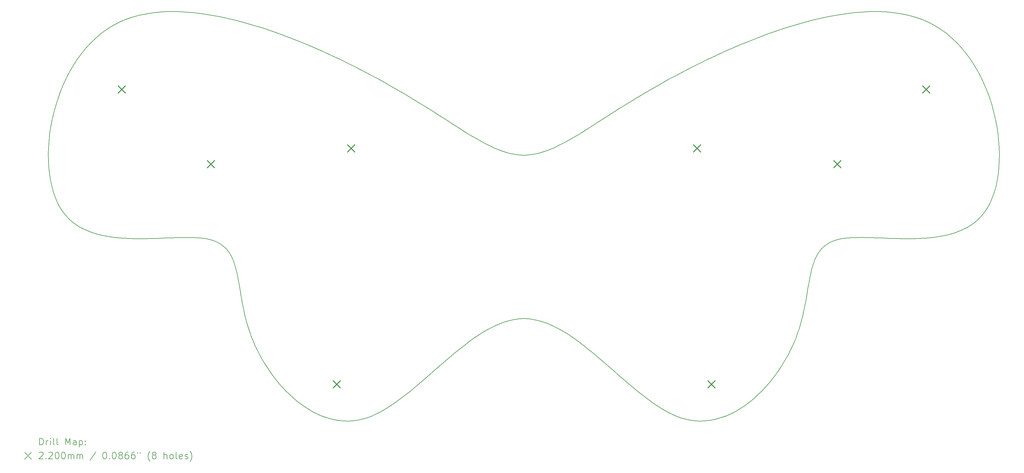
<source format=gbr>
%TF.GenerationSoftware,KiCad,Pcbnew,7.0.1-0*%
%TF.CreationDate,2023-05-23T19:42:20-04:00*%
%TF.ProjectId,plate,706c6174-652e-46b6-9963-61645f706362,rev?*%
%TF.SameCoordinates,Original*%
%TF.FileFunction,Drillmap*%
%TF.FilePolarity,Positive*%
%FSLAX45Y45*%
G04 Gerber Fmt 4.5, Leading zero omitted, Abs format (unit mm)*
G04 Created by KiCad (PCBNEW 7.0.1-0) date 2023-05-23 19:42:20*
%MOMM*%
%LPD*%
G01*
G04 APERTURE LIST*
%ADD10C,0.200000*%
%ADD11C,0.220000*%
G04 APERTURE END LIST*
D10*
X20998992Y-17747393D02*
X21149691Y-17754569D01*
X21300370Y-17775544D01*
X21451013Y-17809494D01*
X21601600Y-17855594D01*
X21752114Y-17913018D01*
X21902536Y-17980944D01*
X22052848Y-18058544D01*
X22203032Y-18144995D01*
X22353070Y-18239473D01*
X22502942Y-18341151D01*
X22652632Y-18449206D01*
X22802121Y-18562813D01*
X22951390Y-18681146D01*
X23100422Y-18803382D01*
X23249198Y-18928695D01*
X23397700Y-19056260D01*
X23545910Y-19185253D01*
X23693809Y-19314849D01*
X23841379Y-19444223D01*
X23988603Y-19572551D01*
X24135461Y-19699008D01*
X24281936Y-19822768D01*
X24428009Y-19943007D01*
X24573662Y-20058901D01*
X24718877Y-20169624D01*
X24863636Y-20274353D01*
X25007920Y-20372261D01*
X25151711Y-20462524D01*
X25294992Y-20544318D01*
X25437743Y-20616817D01*
X25579946Y-20679198D01*
X25721584Y-20730634D01*
X33144826Y-8847498D02*
X32950009Y-8763197D01*
X32747209Y-8692541D01*
X32536911Y-8635054D01*
X32319605Y-8590258D01*
X32095775Y-8557677D01*
X31865910Y-8536833D01*
X31630497Y-8527250D01*
X31390022Y-8528450D01*
X31144972Y-8539956D01*
X30895835Y-8561292D01*
X30643097Y-8591980D01*
X30387246Y-8631543D01*
X30128768Y-8679504D01*
X29868151Y-8735386D01*
X29605881Y-8798713D01*
X29342445Y-8869006D01*
X29078331Y-8945790D01*
X28814026Y-9028587D01*
X28550016Y-9116919D01*
X28286788Y-9210311D01*
X28024830Y-9308284D01*
X27764629Y-9410363D01*
X27506671Y-9516069D01*
X27251443Y-9624926D01*
X26999433Y-9736456D01*
X26751128Y-9850184D01*
X26507014Y-9965631D01*
X26267578Y-10082320D01*
X26033308Y-10199776D01*
X25804691Y-10317520D01*
X25582213Y-10435075D01*
X25366362Y-10551965D01*
X11579630Y-15374173D02*
X11674209Y-15401877D01*
X11761055Y-15435304D01*
X11840581Y-15474292D01*
X11913202Y-15518680D01*
X11979334Y-15568309D01*
X12039389Y-15623017D01*
X12093784Y-15682643D01*
X12142932Y-15747028D01*
X12187248Y-15816010D01*
X12227147Y-15889428D01*
X12263043Y-15967122D01*
X12295352Y-16048932D01*
X12324486Y-16134696D01*
X12350862Y-16224254D01*
X12374894Y-16317445D01*
X12396995Y-16414109D01*
X12417582Y-16514085D01*
X12437068Y-16617212D01*
X12455868Y-16723329D01*
X12474396Y-16832276D01*
X12493068Y-16943892D01*
X12512297Y-17058017D01*
X12532499Y-17174489D01*
X12554088Y-17293149D01*
X12577478Y-17413834D01*
X12603084Y-17536386D01*
X12631321Y-17660642D01*
X12662603Y-17786443D01*
X12697345Y-17913628D01*
X12735962Y-18042036D01*
X12778867Y-18171505D01*
X12826476Y-18301877D01*
X12826476Y-18301877D02*
X12879110Y-18432951D01*
X12936720Y-18564374D01*
X12999165Y-18695756D01*
X13066303Y-18826706D01*
X13137992Y-18956832D01*
X13214090Y-19085745D01*
X13294457Y-19213052D01*
X13378949Y-19338363D01*
X13467427Y-19461287D01*
X13559747Y-19581434D01*
X13655769Y-19698411D01*
X13755351Y-19811829D01*
X13858350Y-19921296D01*
X13964626Y-20026422D01*
X14074037Y-20126815D01*
X14186442Y-20222085D01*
X14301697Y-20311840D01*
X14419663Y-20395690D01*
X14540197Y-20473243D01*
X14663158Y-20544110D01*
X14788404Y-20607898D01*
X14915793Y-20664218D01*
X15045184Y-20712677D01*
X15176436Y-20752885D01*
X15309405Y-20784452D01*
X15443952Y-20806986D01*
X15579934Y-20820096D01*
X15717209Y-20823391D01*
X15855636Y-20816481D01*
X15995074Y-20798974D01*
X16135380Y-20770480D01*
X16276414Y-20730608D01*
X25721584Y-20730634D02*
X25862616Y-20770504D01*
X26002922Y-20798996D01*
X26142359Y-20816501D01*
X26280785Y-20823409D01*
X26418060Y-20820112D01*
X26554041Y-20807001D01*
X26688587Y-20784466D01*
X26821555Y-20752898D01*
X26952806Y-20712688D01*
X27082196Y-20664228D01*
X27209584Y-20607908D01*
X27334829Y-20544119D01*
X27457789Y-20473252D01*
X27578323Y-20395698D01*
X27696287Y-20311847D01*
X27811542Y-20222092D01*
X27923946Y-20126822D01*
X28033356Y-20026429D01*
X28139631Y-19921303D01*
X28242630Y-19811836D01*
X28342210Y-19698418D01*
X28438231Y-19581440D01*
X28530550Y-19461294D01*
X28619026Y-19338370D01*
X28703517Y-19213059D01*
X28783882Y-19085752D01*
X28859979Y-18956840D01*
X28931667Y-18826714D01*
X28998803Y-18695765D01*
X29061246Y-18564383D01*
X29118854Y-18432960D01*
X29171487Y-18301887D01*
X16276414Y-20730608D02*
X16418053Y-20679169D01*
X16560257Y-20616787D01*
X16703008Y-20544286D01*
X16846289Y-20462491D01*
X16990080Y-20372226D01*
X17134364Y-20274317D01*
X17279123Y-20169589D01*
X17424338Y-20058865D01*
X17569991Y-19942971D01*
X17716063Y-19822732D01*
X17862537Y-19698972D01*
X18009395Y-19572516D01*
X18156618Y-19444188D01*
X18304187Y-19314815D01*
X18452085Y-19185220D01*
X18600294Y-19056228D01*
X18748795Y-18928664D01*
X18897570Y-18803352D01*
X19046601Y-18681118D01*
X19195869Y-18562786D01*
X19345357Y-18449182D01*
X19495046Y-18341129D01*
X19644918Y-18239452D01*
X19794955Y-18144977D01*
X19945138Y-18058528D01*
X20095449Y-17980929D01*
X20245871Y-17913007D01*
X20396384Y-17855584D01*
X20546971Y-17809487D01*
X20697614Y-17775539D01*
X20848293Y-17754566D01*
X20998992Y-17747393D01*
X30418311Y-15374146D02*
X30520882Y-15352203D01*
X30631068Y-15335582D01*
X30748338Y-15323721D01*
X30872160Y-15316059D01*
X31002001Y-15312035D01*
X31137329Y-15311086D01*
X31277613Y-15312652D01*
X31422321Y-15316172D01*
X31570920Y-15321084D01*
X31722879Y-15326826D01*
X31877665Y-15332837D01*
X32034747Y-15338557D01*
X32193592Y-15343423D01*
X32353669Y-15346874D01*
X32514445Y-15348349D01*
X32675389Y-15347287D01*
X32835969Y-15343126D01*
X32995652Y-15335304D01*
X33153907Y-15323261D01*
X33310202Y-15306434D01*
X33464004Y-15284264D01*
X33614782Y-15256187D01*
X33762004Y-15221644D01*
X33905137Y-15180072D01*
X34043650Y-15130910D01*
X34177011Y-15073597D01*
X34304688Y-15007572D01*
X34426148Y-14932272D01*
X34540860Y-14847137D01*
X34648291Y-14751606D01*
X34747911Y-14645117D01*
X34839186Y-14527108D01*
X8853140Y-8847485D02*
X8666713Y-8945692D01*
X8488771Y-9057204D01*
X8319326Y-9181201D01*
X8158392Y-9316864D01*
X8005980Y-9463375D01*
X7862103Y-9619914D01*
X7726775Y-9785663D01*
X7600007Y-9959802D01*
X7481813Y-10141514D01*
X7372204Y-10329978D01*
X7271195Y-10524377D01*
X7178796Y-10723891D01*
X7095022Y-10927701D01*
X7019884Y-11134989D01*
X6953396Y-11344935D01*
X6895569Y-11556721D01*
X6846417Y-11769527D01*
X6805952Y-11982536D01*
X6774187Y-12194927D01*
X6751135Y-12405883D01*
X6736808Y-12614584D01*
X6731219Y-12820211D01*
X6734380Y-13021946D01*
X6746304Y-13218969D01*
X6767004Y-13410462D01*
X6796493Y-13595605D01*
X6834782Y-13773581D01*
X6881886Y-13943569D01*
X6937816Y-14104752D01*
X7002585Y-14256310D01*
X7076206Y-14397424D01*
X7158691Y-14527276D01*
X34839186Y-14527108D02*
X34921675Y-14397249D01*
X34995300Y-14256130D01*
X35060073Y-14104569D01*
X35116007Y-13943385D01*
X35163114Y-13773396D01*
X35201407Y-13595422D01*
X35230899Y-13410282D01*
X35251602Y-13218793D01*
X35263530Y-13021776D01*
X35266694Y-12820048D01*
X35261108Y-12614428D01*
X35246784Y-12405736D01*
X35223734Y-12194789D01*
X35191972Y-11982408D01*
X35151510Y-11769409D01*
X35102360Y-11556613D01*
X35044536Y-11344838D01*
X34978050Y-11134903D01*
X34902915Y-10927626D01*
X34819143Y-10723827D01*
X34726747Y-10524324D01*
X34625739Y-10329935D01*
X34516133Y-10141481D01*
X34397941Y-9959778D01*
X34271176Y-9785647D01*
X34135849Y-9619906D01*
X33991975Y-9463373D01*
X33839566Y-9316868D01*
X33678633Y-9181209D01*
X33509190Y-9057216D01*
X33331251Y-8945706D01*
X33144826Y-8847498D01*
X16631654Y-10551981D02*
X16415803Y-10435090D01*
X16193325Y-10317533D01*
X15964707Y-10199789D01*
X15730437Y-10082332D01*
X15491000Y-9965641D01*
X15246886Y-9850193D01*
X14998579Y-9736465D01*
X14746568Y-9624933D01*
X14491340Y-9516075D01*
X14233381Y-9410368D01*
X13973178Y-9308289D01*
X13711218Y-9210314D01*
X13447989Y-9116922D01*
X13183978Y-9028588D01*
X12919671Y-8945790D01*
X12655555Y-8869006D01*
X12392118Y-8798711D01*
X12129846Y-8735384D01*
X11869226Y-8679500D01*
X11610747Y-8631538D01*
X11354893Y-8591974D01*
X11102154Y-8561286D01*
X10853014Y-8539949D01*
X10607962Y-8528442D01*
X10367485Y-8527241D01*
X10132069Y-8536824D01*
X9902202Y-8557667D01*
X9678371Y-8590247D01*
X9461062Y-8635042D01*
X9250762Y-8692529D01*
X9047960Y-8763184D01*
X8853140Y-8847485D01*
X25366362Y-10551965D02*
X25157507Y-10667765D01*
X24955545Y-10782267D01*
X24760253Y-10895313D01*
X24571410Y-11006748D01*
X24388792Y-11116416D01*
X24212178Y-11224161D01*
X24041345Y-11329828D01*
X23876071Y-11433260D01*
X23716133Y-11534302D01*
X23561309Y-11632797D01*
X23411377Y-11728591D01*
X23266114Y-11821526D01*
X23125298Y-11911448D01*
X22988707Y-11998199D01*
X22856118Y-12081625D01*
X22727309Y-12161570D01*
X22602058Y-12237877D01*
X22480142Y-12310391D01*
X22361339Y-12378956D01*
X22245426Y-12443415D01*
X22132181Y-12503614D01*
X22021383Y-12559396D01*
X21912808Y-12610605D01*
X21806234Y-12657086D01*
X21701438Y-12698682D01*
X21598199Y-12735239D01*
X21496295Y-12766598D01*
X21395502Y-12792606D01*
X21295598Y-12813106D01*
X21196362Y-12827942D01*
X21097570Y-12836959D01*
X20999000Y-12840000D01*
X20999000Y-12840000D02*
X20900430Y-12836961D01*
X20801639Y-12827947D01*
X20702402Y-12813113D01*
X20602499Y-12792615D01*
X20501706Y-12766609D01*
X20399802Y-12735251D01*
X20296564Y-12698696D01*
X20191769Y-12657101D01*
X20085196Y-12610622D01*
X19976621Y-12559414D01*
X19865823Y-12503633D01*
X19752579Y-12443435D01*
X19636668Y-12378976D01*
X19517865Y-12310412D01*
X19395950Y-12237899D01*
X19270699Y-12161592D01*
X19141891Y-12081648D01*
X19009303Y-11998222D01*
X18872713Y-11911470D01*
X18731897Y-11821549D01*
X18586635Y-11728613D01*
X18436704Y-11632820D01*
X18281881Y-11534324D01*
X18121943Y-11433282D01*
X17956669Y-11329849D01*
X17785837Y-11224182D01*
X17609223Y-11116436D01*
X17426606Y-11006767D01*
X17237763Y-10895331D01*
X17042471Y-10782285D01*
X16840509Y-10667782D01*
X16631654Y-10551981D01*
X7158691Y-14527276D02*
X7249962Y-14645277D01*
X7349579Y-14751758D01*
X7457008Y-14847282D01*
X7571719Y-14932409D01*
X7693179Y-15007702D01*
X7820856Y-15073720D01*
X7954217Y-15131026D01*
X8092732Y-15180182D01*
X8235867Y-15221748D01*
X8383092Y-15256285D01*
X8533873Y-15284356D01*
X8687679Y-15306521D01*
X8843977Y-15323342D01*
X9002236Y-15335381D01*
X9161923Y-15343198D01*
X9322508Y-15347354D01*
X9483456Y-15348413D01*
X9644237Y-15346934D01*
X9804318Y-15343479D01*
X9963168Y-15338609D01*
X10120254Y-15332886D01*
X10275044Y-15326871D01*
X10427007Y-15321126D01*
X10575609Y-15316212D01*
X10720320Y-15312690D01*
X10860607Y-15311121D01*
X10995938Y-15312068D01*
X11125780Y-15316091D01*
X11249603Y-15323751D01*
X11366873Y-15335611D01*
X11477060Y-15352231D01*
X11579630Y-15374173D01*
X29171487Y-18301887D02*
X29219094Y-18171516D01*
X29261998Y-18042046D01*
X29300612Y-17913639D01*
X29335352Y-17786454D01*
X29366633Y-17660653D01*
X29394868Y-17536395D01*
X29420473Y-17413843D01*
X29443861Y-17293156D01*
X29465448Y-17174496D01*
X29485649Y-17058022D01*
X29504877Y-16943897D01*
X29523547Y-16832279D01*
X29542074Y-16723330D01*
X29560873Y-16617212D01*
X29580358Y-16514083D01*
X29600944Y-16414106D01*
X29623045Y-16317440D01*
X29647075Y-16224247D01*
X29673450Y-16134688D01*
X29702585Y-16048922D01*
X29734892Y-15967110D01*
X29770789Y-15889414D01*
X29810687Y-15815994D01*
X29855004Y-15747011D01*
X29904152Y-15682625D01*
X29958547Y-15622997D01*
X30018603Y-15568287D01*
X30084735Y-15518657D01*
X30157357Y-15474268D01*
X30236884Y-15435279D01*
X30323730Y-15401851D01*
X30418311Y-15374146D01*
D11*
X8819000Y-10752000D02*
X9039000Y-10972000D01*
X9039000Y-10752000D02*
X8819000Y-10972000D01*
X11491000Y-12999000D02*
X11711000Y-13219000D01*
X11711000Y-12999000D02*
X11491000Y-13219000D01*
X15268000Y-19611000D02*
X15488000Y-19831000D01*
X15488000Y-19611000D02*
X15268000Y-19831000D01*
X15701000Y-12520000D02*
X15921000Y-12740000D01*
X15921000Y-12520000D02*
X15701000Y-12740000D01*
X26079000Y-12520000D02*
X26299000Y-12740000D01*
X26299000Y-12520000D02*
X26079000Y-12740000D01*
X26512000Y-19611000D02*
X26732000Y-19831000D01*
X26732000Y-19611000D02*
X26512000Y-19831000D01*
X30289000Y-12999000D02*
X30509000Y-13219000D01*
X30509000Y-12999000D02*
X30289000Y-13219000D01*
X32961000Y-10752000D02*
X33181000Y-10972000D01*
X33181000Y-10752000D02*
X32961000Y-10972000D01*
D10*
X6469147Y-21540514D02*
X6469147Y-21340514D01*
X6469147Y-21340514D02*
X6516766Y-21340514D01*
X6516766Y-21340514D02*
X6545338Y-21350038D01*
X6545338Y-21350038D02*
X6564385Y-21369085D01*
X6564385Y-21369085D02*
X6573909Y-21388133D01*
X6573909Y-21388133D02*
X6583433Y-21426228D01*
X6583433Y-21426228D02*
X6583433Y-21454800D01*
X6583433Y-21454800D02*
X6573909Y-21492895D01*
X6573909Y-21492895D02*
X6564385Y-21511942D01*
X6564385Y-21511942D02*
X6545338Y-21530990D01*
X6545338Y-21530990D02*
X6516766Y-21540514D01*
X6516766Y-21540514D02*
X6469147Y-21540514D01*
X6669147Y-21540514D02*
X6669147Y-21407180D01*
X6669147Y-21445276D02*
X6678671Y-21426228D01*
X6678671Y-21426228D02*
X6688195Y-21416704D01*
X6688195Y-21416704D02*
X6707242Y-21407180D01*
X6707242Y-21407180D02*
X6726290Y-21407180D01*
X6792957Y-21540514D02*
X6792957Y-21407180D01*
X6792957Y-21340514D02*
X6783433Y-21350038D01*
X6783433Y-21350038D02*
X6792957Y-21359561D01*
X6792957Y-21359561D02*
X6802481Y-21350038D01*
X6802481Y-21350038D02*
X6792957Y-21340514D01*
X6792957Y-21340514D02*
X6792957Y-21359561D01*
X6916766Y-21540514D02*
X6897719Y-21530990D01*
X6897719Y-21530990D02*
X6888195Y-21511942D01*
X6888195Y-21511942D02*
X6888195Y-21340514D01*
X7021528Y-21540514D02*
X7002481Y-21530990D01*
X7002481Y-21530990D02*
X6992957Y-21511942D01*
X6992957Y-21511942D02*
X6992957Y-21340514D01*
X7250100Y-21540514D02*
X7250100Y-21340514D01*
X7250100Y-21340514D02*
X7316766Y-21483371D01*
X7316766Y-21483371D02*
X7383433Y-21340514D01*
X7383433Y-21340514D02*
X7383433Y-21540514D01*
X7564385Y-21540514D02*
X7564385Y-21435752D01*
X7564385Y-21435752D02*
X7554862Y-21416704D01*
X7554862Y-21416704D02*
X7535814Y-21407180D01*
X7535814Y-21407180D02*
X7497719Y-21407180D01*
X7497719Y-21407180D02*
X7478671Y-21416704D01*
X7564385Y-21530990D02*
X7545338Y-21540514D01*
X7545338Y-21540514D02*
X7497719Y-21540514D01*
X7497719Y-21540514D02*
X7478671Y-21530990D01*
X7478671Y-21530990D02*
X7469147Y-21511942D01*
X7469147Y-21511942D02*
X7469147Y-21492895D01*
X7469147Y-21492895D02*
X7478671Y-21473847D01*
X7478671Y-21473847D02*
X7497719Y-21464323D01*
X7497719Y-21464323D02*
X7545338Y-21464323D01*
X7545338Y-21464323D02*
X7564385Y-21454800D01*
X7659623Y-21407180D02*
X7659623Y-21607180D01*
X7659623Y-21416704D02*
X7678671Y-21407180D01*
X7678671Y-21407180D02*
X7716766Y-21407180D01*
X7716766Y-21407180D02*
X7735814Y-21416704D01*
X7735814Y-21416704D02*
X7745338Y-21426228D01*
X7745338Y-21426228D02*
X7754862Y-21445276D01*
X7754862Y-21445276D02*
X7754862Y-21502419D01*
X7754862Y-21502419D02*
X7745338Y-21521466D01*
X7745338Y-21521466D02*
X7735814Y-21530990D01*
X7735814Y-21530990D02*
X7716766Y-21540514D01*
X7716766Y-21540514D02*
X7678671Y-21540514D01*
X7678671Y-21540514D02*
X7659623Y-21530990D01*
X7840576Y-21521466D02*
X7850100Y-21530990D01*
X7850100Y-21530990D02*
X7840576Y-21540514D01*
X7840576Y-21540514D02*
X7831052Y-21530990D01*
X7831052Y-21530990D02*
X7840576Y-21521466D01*
X7840576Y-21521466D02*
X7840576Y-21540514D01*
X7840576Y-21416704D02*
X7850100Y-21426228D01*
X7850100Y-21426228D02*
X7840576Y-21435752D01*
X7840576Y-21435752D02*
X7831052Y-21426228D01*
X7831052Y-21426228D02*
X7840576Y-21416704D01*
X7840576Y-21416704D02*
X7840576Y-21435752D01*
X6021528Y-21767990D02*
X6221528Y-21967990D01*
X6221528Y-21767990D02*
X6021528Y-21967990D01*
X6459623Y-21779561D02*
X6469147Y-21770038D01*
X6469147Y-21770038D02*
X6488195Y-21760514D01*
X6488195Y-21760514D02*
X6535814Y-21760514D01*
X6535814Y-21760514D02*
X6554862Y-21770038D01*
X6554862Y-21770038D02*
X6564385Y-21779561D01*
X6564385Y-21779561D02*
X6573909Y-21798609D01*
X6573909Y-21798609D02*
X6573909Y-21817657D01*
X6573909Y-21817657D02*
X6564385Y-21846228D01*
X6564385Y-21846228D02*
X6450100Y-21960514D01*
X6450100Y-21960514D02*
X6573909Y-21960514D01*
X6659623Y-21941466D02*
X6669147Y-21950990D01*
X6669147Y-21950990D02*
X6659623Y-21960514D01*
X6659623Y-21960514D02*
X6650100Y-21950990D01*
X6650100Y-21950990D02*
X6659623Y-21941466D01*
X6659623Y-21941466D02*
X6659623Y-21960514D01*
X6745338Y-21779561D02*
X6754862Y-21770038D01*
X6754862Y-21770038D02*
X6773909Y-21760514D01*
X6773909Y-21760514D02*
X6821528Y-21760514D01*
X6821528Y-21760514D02*
X6840576Y-21770038D01*
X6840576Y-21770038D02*
X6850100Y-21779561D01*
X6850100Y-21779561D02*
X6859623Y-21798609D01*
X6859623Y-21798609D02*
X6859623Y-21817657D01*
X6859623Y-21817657D02*
X6850100Y-21846228D01*
X6850100Y-21846228D02*
X6735814Y-21960514D01*
X6735814Y-21960514D02*
X6859623Y-21960514D01*
X6983433Y-21760514D02*
X7002481Y-21760514D01*
X7002481Y-21760514D02*
X7021528Y-21770038D01*
X7021528Y-21770038D02*
X7031052Y-21779561D01*
X7031052Y-21779561D02*
X7040576Y-21798609D01*
X7040576Y-21798609D02*
X7050100Y-21836704D01*
X7050100Y-21836704D02*
X7050100Y-21884323D01*
X7050100Y-21884323D02*
X7040576Y-21922419D01*
X7040576Y-21922419D02*
X7031052Y-21941466D01*
X7031052Y-21941466D02*
X7021528Y-21950990D01*
X7021528Y-21950990D02*
X7002481Y-21960514D01*
X7002481Y-21960514D02*
X6983433Y-21960514D01*
X6983433Y-21960514D02*
X6964385Y-21950990D01*
X6964385Y-21950990D02*
X6954862Y-21941466D01*
X6954862Y-21941466D02*
X6945338Y-21922419D01*
X6945338Y-21922419D02*
X6935814Y-21884323D01*
X6935814Y-21884323D02*
X6935814Y-21836704D01*
X6935814Y-21836704D02*
X6945338Y-21798609D01*
X6945338Y-21798609D02*
X6954862Y-21779561D01*
X6954862Y-21779561D02*
X6964385Y-21770038D01*
X6964385Y-21770038D02*
X6983433Y-21760514D01*
X7173909Y-21760514D02*
X7192957Y-21760514D01*
X7192957Y-21760514D02*
X7212004Y-21770038D01*
X7212004Y-21770038D02*
X7221528Y-21779561D01*
X7221528Y-21779561D02*
X7231052Y-21798609D01*
X7231052Y-21798609D02*
X7240576Y-21836704D01*
X7240576Y-21836704D02*
X7240576Y-21884323D01*
X7240576Y-21884323D02*
X7231052Y-21922419D01*
X7231052Y-21922419D02*
X7221528Y-21941466D01*
X7221528Y-21941466D02*
X7212004Y-21950990D01*
X7212004Y-21950990D02*
X7192957Y-21960514D01*
X7192957Y-21960514D02*
X7173909Y-21960514D01*
X7173909Y-21960514D02*
X7154862Y-21950990D01*
X7154862Y-21950990D02*
X7145338Y-21941466D01*
X7145338Y-21941466D02*
X7135814Y-21922419D01*
X7135814Y-21922419D02*
X7126290Y-21884323D01*
X7126290Y-21884323D02*
X7126290Y-21836704D01*
X7126290Y-21836704D02*
X7135814Y-21798609D01*
X7135814Y-21798609D02*
X7145338Y-21779561D01*
X7145338Y-21779561D02*
X7154862Y-21770038D01*
X7154862Y-21770038D02*
X7173909Y-21760514D01*
X7326290Y-21960514D02*
X7326290Y-21827180D01*
X7326290Y-21846228D02*
X7335814Y-21836704D01*
X7335814Y-21836704D02*
X7354862Y-21827180D01*
X7354862Y-21827180D02*
X7383433Y-21827180D01*
X7383433Y-21827180D02*
X7402481Y-21836704D01*
X7402481Y-21836704D02*
X7412004Y-21855752D01*
X7412004Y-21855752D02*
X7412004Y-21960514D01*
X7412004Y-21855752D02*
X7421528Y-21836704D01*
X7421528Y-21836704D02*
X7440576Y-21827180D01*
X7440576Y-21827180D02*
X7469147Y-21827180D01*
X7469147Y-21827180D02*
X7488195Y-21836704D01*
X7488195Y-21836704D02*
X7497719Y-21855752D01*
X7497719Y-21855752D02*
X7497719Y-21960514D01*
X7592957Y-21960514D02*
X7592957Y-21827180D01*
X7592957Y-21846228D02*
X7602481Y-21836704D01*
X7602481Y-21836704D02*
X7621528Y-21827180D01*
X7621528Y-21827180D02*
X7650100Y-21827180D01*
X7650100Y-21827180D02*
X7669147Y-21836704D01*
X7669147Y-21836704D02*
X7678671Y-21855752D01*
X7678671Y-21855752D02*
X7678671Y-21960514D01*
X7678671Y-21855752D02*
X7688195Y-21836704D01*
X7688195Y-21836704D02*
X7707243Y-21827180D01*
X7707243Y-21827180D02*
X7735814Y-21827180D01*
X7735814Y-21827180D02*
X7754862Y-21836704D01*
X7754862Y-21836704D02*
X7764385Y-21855752D01*
X7764385Y-21855752D02*
X7764385Y-21960514D01*
X8154862Y-21750990D02*
X7983433Y-22008133D01*
X8412005Y-21760514D02*
X8431052Y-21760514D01*
X8431052Y-21760514D02*
X8450100Y-21770038D01*
X8450100Y-21770038D02*
X8459624Y-21779561D01*
X8459624Y-21779561D02*
X8469148Y-21798609D01*
X8469148Y-21798609D02*
X8478671Y-21836704D01*
X8478671Y-21836704D02*
X8478671Y-21884323D01*
X8478671Y-21884323D02*
X8469148Y-21922419D01*
X8469148Y-21922419D02*
X8459624Y-21941466D01*
X8459624Y-21941466D02*
X8450100Y-21950990D01*
X8450100Y-21950990D02*
X8431052Y-21960514D01*
X8431052Y-21960514D02*
X8412005Y-21960514D01*
X8412005Y-21960514D02*
X8392957Y-21950990D01*
X8392957Y-21950990D02*
X8383433Y-21941466D01*
X8383433Y-21941466D02*
X8373909Y-21922419D01*
X8373909Y-21922419D02*
X8364386Y-21884323D01*
X8364386Y-21884323D02*
X8364386Y-21836704D01*
X8364386Y-21836704D02*
X8373909Y-21798609D01*
X8373909Y-21798609D02*
X8383433Y-21779561D01*
X8383433Y-21779561D02*
X8392957Y-21770038D01*
X8392957Y-21770038D02*
X8412005Y-21760514D01*
X8564386Y-21941466D02*
X8573909Y-21950990D01*
X8573909Y-21950990D02*
X8564386Y-21960514D01*
X8564386Y-21960514D02*
X8554862Y-21950990D01*
X8554862Y-21950990D02*
X8564386Y-21941466D01*
X8564386Y-21941466D02*
X8564386Y-21960514D01*
X8697719Y-21760514D02*
X8716767Y-21760514D01*
X8716767Y-21760514D02*
X8735814Y-21770038D01*
X8735814Y-21770038D02*
X8745338Y-21779561D01*
X8745338Y-21779561D02*
X8754862Y-21798609D01*
X8754862Y-21798609D02*
X8764386Y-21836704D01*
X8764386Y-21836704D02*
X8764386Y-21884323D01*
X8764386Y-21884323D02*
X8754862Y-21922419D01*
X8754862Y-21922419D02*
X8745338Y-21941466D01*
X8745338Y-21941466D02*
X8735814Y-21950990D01*
X8735814Y-21950990D02*
X8716767Y-21960514D01*
X8716767Y-21960514D02*
X8697719Y-21960514D01*
X8697719Y-21960514D02*
X8678671Y-21950990D01*
X8678671Y-21950990D02*
X8669148Y-21941466D01*
X8669148Y-21941466D02*
X8659624Y-21922419D01*
X8659624Y-21922419D02*
X8650100Y-21884323D01*
X8650100Y-21884323D02*
X8650100Y-21836704D01*
X8650100Y-21836704D02*
X8659624Y-21798609D01*
X8659624Y-21798609D02*
X8669148Y-21779561D01*
X8669148Y-21779561D02*
X8678671Y-21770038D01*
X8678671Y-21770038D02*
X8697719Y-21760514D01*
X8878671Y-21846228D02*
X8859624Y-21836704D01*
X8859624Y-21836704D02*
X8850100Y-21827180D01*
X8850100Y-21827180D02*
X8840576Y-21808133D01*
X8840576Y-21808133D02*
X8840576Y-21798609D01*
X8840576Y-21798609D02*
X8850100Y-21779561D01*
X8850100Y-21779561D02*
X8859624Y-21770038D01*
X8859624Y-21770038D02*
X8878671Y-21760514D01*
X8878671Y-21760514D02*
X8916767Y-21760514D01*
X8916767Y-21760514D02*
X8935814Y-21770038D01*
X8935814Y-21770038D02*
X8945338Y-21779561D01*
X8945338Y-21779561D02*
X8954862Y-21798609D01*
X8954862Y-21798609D02*
X8954862Y-21808133D01*
X8954862Y-21808133D02*
X8945338Y-21827180D01*
X8945338Y-21827180D02*
X8935814Y-21836704D01*
X8935814Y-21836704D02*
X8916767Y-21846228D01*
X8916767Y-21846228D02*
X8878671Y-21846228D01*
X8878671Y-21846228D02*
X8859624Y-21855752D01*
X8859624Y-21855752D02*
X8850100Y-21865276D01*
X8850100Y-21865276D02*
X8840576Y-21884323D01*
X8840576Y-21884323D02*
X8840576Y-21922419D01*
X8840576Y-21922419D02*
X8850100Y-21941466D01*
X8850100Y-21941466D02*
X8859624Y-21950990D01*
X8859624Y-21950990D02*
X8878671Y-21960514D01*
X8878671Y-21960514D02*
X8916767Y-21960514D01*
X8916767Y-21960514D02*
X8935814Y-21950990D01*
X8935814Y-21950990D02*
X8945338Y-21941466D01*
X8945338Y-21941466D02*
X8954862Y-21922419D01*
X8954862Y-21922419D02*
X8954862Y-21884323D01*
X8954862Y-21884323D02*
X8945338Y-21865276D01*
X8945338Y-21865276D02*
X8935814Y-21855752D01*
X8935814Y-21855752D02*
X8916767Y-21846228D01*
X9126290Y-21760514D02*
X9088195Y-21760514D01*
X9088195Y-21760514D02*
X9069148Y-21770038D01*
X9069148Y-21770038D02*
X9059624Y-21779561D01*
X9059624Y-21779561D02*
X9040576Y-21808133D01*
X9040576Y-21808133D02*
X9031052Y-21846228D01*
X9031052Y-21846228D02*
X9031052Y-21922419D01*
X9031052Y-21922419D02*
X9040576Y-21941466D01*
X9040576Y-21941466D02*
X9050100Y-21950990D01*
X9050100Y-21950990D02*
X9069148Y-21960514D01*
X9069148Y-21960514D02*
X9107243Y-21960514D01*
X9107243Y-21960514D02*
X9126290Y-21950990D01*
X9126290Y-21950990D02*
X9135814Y-21941466D01*
X9135814Y-21941466D02*
X9145338Y-21922419D01*
X9145338Y-21922419D02*
X9145338Y-21874800D01*
X9145338Y-21874800D02*
X9135814Y-21855752D01*
X9135814Y-21855752D02*
X9126290Y-21846228D01*
X9126290Y-21846228D02*
X9107243Y-21836704D01*
X9107243Y-21836704D02*
X9069148Y-21836704D01*
X9069148Y-21836704D02*
X9050100Y-21846228D01*
X9050100Y-21846228D02*
X9040576Y-21855752D01*
X9040576Y-21855752D02*
X9031052Y-21874800D01*
X9316767Y-21760514D02*
X9278671Y-21760514D01*
X9278671Y-21760514D02*
X9259624Y-21770038D01*
X9259624Y-21770038D02*
X9250100Y-21779561D01*
X9250100Y-21779561D02*
X9231052Y-21808133D01*
X9231052Y-21808133D02*
X9221529Y-21846228D01*
X9221529Y-21846228D02*
X9221529Y-21922419D01*
X9221529Y-21922419D02*
X9231052Y-21941466D01*
X9231052Y-21941466D02*
X9240576Y-21950990D01*
X9240576Y-21950990D02*
X9259624Y-21960514D01*
X9259624Y-21960514D02*
X9297719Y-21960514D01*
X9297719Y-21960514D02*
X9316767Y-21950990D01*
X9316767Y-21950990D02*
X9326290Y-21941466D01*
X9326290Y-21941466D02*
X9335814Y-21922419D01*
X9335814Y-21922419D02*
X9335814Y-21874800D01*
X9335814Y-21874800D02*
X9326290Y-21855752D01*
X9326290Y-21855752D02*
X9316767Y-21846228D01*
X9316767Y-21846228D02*
X9297719Y-21836704D01*
X9297719Y-21836704D02*
X9259624Y-21836704D01*
X9259624Y-21836704D02*
X9240576Y-21846228D01*
X9240576Y-21846228D02*
X9231052Y-21855752D01*
X9231052Y-21855752D02*
X9221529Y-21874800D01*
X9412005Y-21760514D02*
X9412005Y-21798609D01*
X9488195Y-21760514D02*
X9488195Y-21798609D01*
X9783433Y-22036704D02*
X9773910Y-22027180D01*
X9773910Y-22027180D02*
X9754862Y-21998609D01*
X9754862Y-21998609D02*
X9745338Y-21979561D01*
X9745338Y-21979561D02*
X9735814Y-21950990D01*
X9735814Y-21950990D02*
X9726291Y-21903371D01*
X9726291Y-21903371D02*
X9726291Y-21865276D01*
X9726291Y-21865276D02*
X9735814Y-21817657D01*
X9735814Y-21817657D02*
X9745338Y-21789085D01*
X9745338Y-21789085D02*
X9754862Y-21770038D01*
X9754862Y-21770038D02*
X9773910Y-21741466D01*
X9773910Y-21741466D02*
X9783433Y-21731942D01*
X9888195Y-21846228D02*
X9869148Y-21836704D01*
X9869148Y-21836704D02*
X9859624Y-21827180D01*
X9859624Y-21827180D02*
X9850100Y-21808133D01*
X9850100Y-21808133D02*
X9850100Y-21798609D01*
X9850100Y-21798609D02*
X9859624Y-21779561D01*
X9859624Y-21779561D02*
X9869148Y-21770038D01*
X9869148Y-21770038D02*
X9888195Y-21760514D01*
X9888195Y-21760514D02*
X9926291Y-21760514D01*
X9926291Y-21760514D02*
X9945338Y-21770038D01*
X9945338Y-21770038D02*
X9954862Y-21779561D01*
X9954862Y-21779561D02*
X9964386Y-21798609D01*
X9964386Y-21798609D02*
X9964386Y-21808133D01*
X9964386Y-21808133D02*
X9954862Y-21827180D01*
X9954862Y-21827180D02*
X9945338Y-21836704D01*
X9945338Y-21836704D02*
X9926291Y-21846228D01*
X9926291Y-21846228D02*
X9888195Y-21846228D01*
X9888195Y-21846228D02*
X9869148Y-21855752D01*
X9869148Y-21855752D02*
X9859624Y-21865276D01*
X9859624Y-21865276D02*
X9850100Y-21884323D01*
X9850100Y-21884323D02*
X9850100Y-21922419D01*
X9850100Y-21922419D02*
X9859624Y-21941466D01*
X9859624Y-21941466D02*
X9869148Y-21950990D01*
X9869148Y-21950990D02*
X9888195Y-21960514D01*
X9888195Y-21960514D02*
X9926291Y-21960514D01*
X9926291Y-21960514D02*
X9945338Y-21950990D01*
X9945338Y-21950990D02*
X9954862Y-21941466D01*
X9954862Y-21941466D02*
X9964386Y-21922419D01*
X9964386Y-21922419D02*
X9964386Y-21884323D01*
X9964386Y-21884323D02*
X9954862Y-21865276D01*
X9954862Y-21865276D02*
X9945338Y-21855752D01*
X9945338Y-21855752D02*
X9926291Y-21846228D01*
X10202481Y-21960514D02*
X10202481Y-21760514D01*
X10288195Y-21960514D02*
X10288195Y-21855752D01*
X10288195Y-21855752D02*
X10278672Y-21836704D01*
X10278672Y-21836704D02*
X10259624Y-21827180D01*
X10259624Y-21827180D02*
X10231052Y-21827180D01*
X10231052Y-21827180D02*
X10212005Y-21836704D01*
X10212005Y-21836704D02*
X10202481Y-21846228D01*
X10412005Y-21960514D02*
X10392957Y-21950990D01*
X10392957Y-21950990D02*
X10383433Y-21941466D01*
X10383433Y-21941466D02*
X10373910Y-21922419D01*
X10373910Y-21922419D02*
X10373910Y-21865276D01*
X10373910Y-21865276D02*
X10383433Y-21846228D01*
X10383433Y-21846228D02*
X10392957Y-21836704D01*
X10392957Y-21836704D02*
X10412005Y-21827180D01*
X10412005Y-21827180D02*
X10440576Y-21827180D01*
X10440576Y-21827180D02*
X10459624Y-21836704D01*
X10459624Y-21836704D02*
X10469148Y-21846228D01*
X10469148Y-21846228D02*
X10478672Y-21865276D01*
X10478672Y-21865276D02*
X10478672Y-21922419D01*
X10478672Y-21922419D02*
X10469148Y-21941466D01*
X10469148Y-21941466D02*
X10459624Y-21950990D01*
X10459624Y-21950990D02*
X10440576Y-21960514D01*
X10440576Y-21960514D02*
X10412005Y-21960514D01*
X10592957Y-21960514D02*
X10573910Y-21950990D01*
X10573910Y-21950990D02*
X10564386Y-21931942D01*
X10564386Y-21931942D02*
X10564386Y-21760514D01*
X10745338Y-21950990D02*
X10726291Y-21960514D01*
X10726291Y-21960514D02*
X10688195Y-21960514D01*
X10688195Y-21960514D02*
X10669148Y-21950990D01*
X10669148Y-21950990D02*
X10659624Y-21931942D01*
X10659624Y-21931942D02*
X10659624Y-21855752D01*
X10659624Y-21855752D02*
X10669148Y-21836704D01*
X10669148Y-21836704D02*
X10688195Y-21827180D01*
X10688195Y-21827180D02*
X10726291Y-21827180D01*
X10726291Y-21827180D02*
X10745338Y-21836704D01*
X10745338Y-21836704D02*
X10754862Y-21855752D01*
X10754862Y-21855752D02*
X10754862Y-21874800D01*
X10754862Y-21874800D02*
X10659624Y-21893847D01*
X10831053Y-21950990D02*
X10850100Y-21960514D01*
X10850100Y-21960514D02*
X10888195Y-21960514D01*
X10888195Y-21960514D02*
X10907243Y-21950990D01*
X10907243Y-21950990D02*
X10916767Y-21931942D01*
X10916767Y-21931942D02*
X10916767Y-21922419D01*
X10916767Y-21922419D02*
X10907243Y-21903371D01*
X10907243Y-21903371D02*
X10888195Y-21893847D01*
X10888195Y-21893847D02*
X10859624Y-21893847D01*
X10859624Y-21893847D02*
X10840576Y-21884323D01*
X10840576Y-21884323D02*
X10831053Y-21865276D01*
X10831053Y-21865276D02*
X10831053Y-21855752D01*
X10831053Y-21855752D02*
X10840576Y-21836704D01*
X10840576Y-21836704D02*
X10859624Y-21827180D01*
X10859624Y-21827180D02*
X10888195Y-21827180D01*
X10888195Y-21827180D02*
X10907243Y-21836704D01*
X10983434Y-22036704D02*
X10992957Y-22027180D01*
X10992957Y-22027180D02*
X11012005Y-21998609D01*
X11012005Y-21998609D02*
X11021529Y-21979561D01*
X11021529Y-21979561D02*
X11031053Y-21950990D01*
X11031053Y-21950990D02*
X11040576Y-21903371D01*
X11040576Y-21903371D02*
X11040576Y-21865276D01*
X11040576Y-21865276D02*
X11031053Y-21817657D01*
X11031053Y-21817657D02*
X11021529Y-21789085D01*
X11021529Y-21789085D02*
X11012005Y-21770038D01*
X11012005Y-21770038D02*
X10992957Y-21741466D01*
X10992957Y-21741466D02*
X10983434Y-21731942D01*
M02*

</source>
